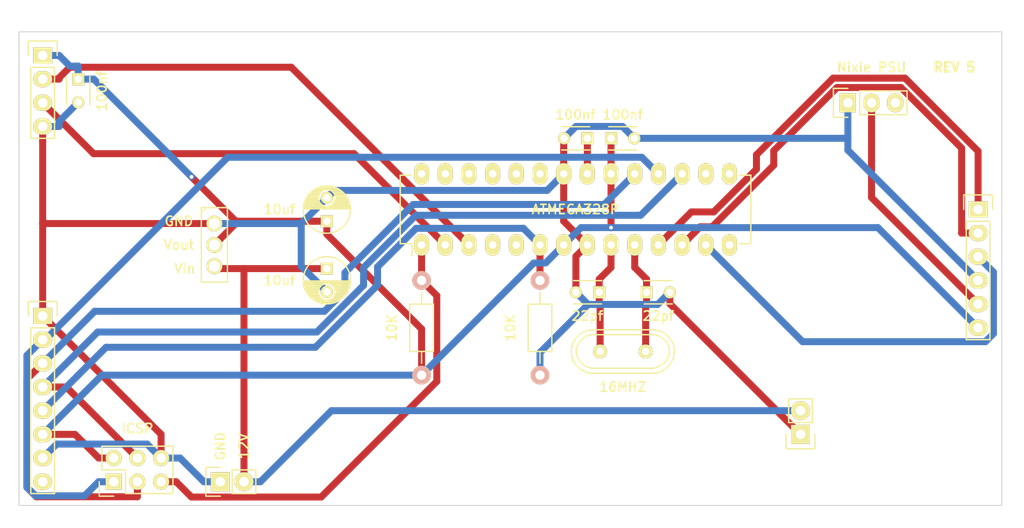
<source format=kicad_pcb>
(kicad_pcb (version 4) (host pcbnew "(2015-10-31 BZR 6288)-product")

  (general
    (links 52)
    (no_connects 0)
    (area 117.142619 73.735 227.384524 130.888333)
    (thickness 1.6)
    (drawings 23)
    (tracks 172)
    (zones 0)
    (modules 19)
    (nets 31)
  )

  (page A4)
  (layers
    (0 F.Cu signal)
    (31 B.Cu signal)
    (32 B.Adhes user)
    (33 F.Adhes user)
    (34 B.Paste user)
    (35 F.Paste user)
    (36 B.SilkS user)
    (37 F.SilkS user)
    (38 B.Mask user)
    (39 F.Mask user)
    (40 Dwgs.User user)
    (41 Cmts.User user)
    (42 Eco1.User user)
    (43 Eco2.User user)
    (44 Edge.Cuts user)
    (45 Margin user)
    (46 B.CrtYd user)
    (47 F.CrtYd user)
    (48 B.Fab user)
    (49 F.Fab user)
  )

  (setup
    (last_trace_width 1.016)
    (trace_clearance 0.25)
    (zone_clearance 0.508)
    (zone_45_only no)
    (trace_min 0.2)
    (segment_width 0.2)
    (edge_width 0.1)
    (via_size 0.7)
    (via_drill 0.4)
    (via_min_size 0.4)
    (via_min_drill 0.3)
    (uvia_size 0.3)
    (uvia_drill 0.1)
    (uvias_allowed no)
    (uvia_min_size 0.2)
    (uvia_min_drill 0.1)
    (pcb_text_width 0.3)
    (pcb_text_size 1.5 1.5)
    (mod_edge_width 0.15)
    (mod_text_size 1 1)
    (mod_text_width 0.15)
    (pad_size 1.5 1.5)
    (pad_drill 0.6)
    (pad_to_mask_clearance 0)
    (aux_axis_origin 0 0)
    (visible_elements FFFEFF7F)
    (pcbplotparams
      (layerselection 0x010f0_80000001)
      (usegerberextensions true)
      (excludeedgelayer true)
      (linewidth 0.100000)
      (plotframeref false)
      (viasonmask false)
      (mode 1)
      (useauxorigin false)
      (hpglpennumber 1)
      (hpglpenspeed 20)
      (hpglpendiameter 15)
      (hpglpenoverlay 2)
      (psnegative false)
      (psa4output false)
      (plotreference true)
      (plotvalue true)
      (plotinvisibletext false)
      (padsonsilk false)
      (subtractmaskfromsilk false)
      (outputformat 1)
      (mirror false)
      (drillshape 0)
      (scaleselection 1)
      (outputdirectory GerberFiles/))
  )

  (net 0 "")
  (net 1 VCC)
  (net 2 GND)
  (net 3 "Net-(C3-Pad1)")
  (net 4 "Net-(C4-Pad1)")
  (net 5 "Net-(C5-Pad1)")
  (net 6 "Net-(IC1-Pad1)")
  (net 7 "Net-(IC1-Pad2)")
  (net 8 "Net-(IC1-Pad3)")
  (net 9 "Net-(IC1-Pad4)")
  (net 10 "Net-(IC1-Pad5)")
  (net 11 "Net-(IC1-Pad6)")
  (net 12 "Net-(IC1-Pad11)")
  (net 13 "Net-(IC1-Pad12)")
  (net 14 "Net-(IC1-Pad13)")
  (net 15 "Net-(IC1-Pad14)")
  (net 16 "Net-(IC1-Pad15)")
  (net 17 "Net-(IC1-Pad16)")
  (net 18 "Net-(IC1-Pad17)")
  (net 19 "Net-(IC1-Pad18)")
  (net 20 "Net-(IC1-Pad19)")
  (net 21 "Net-(IC1-Pad23)")
  (net 22 "Net-(IC1-Pad24)")
  (net 23 "Net-(IC1-Pad25)")
  (net 24 "Net-(IC1-Pad26)")
  (net 25 "Net-(IC1-Pad27)")
  (net 26 "Net-(IC1-Pad28)")
  (net 27 VDD)
  (net 28 "Net-(P1-Pad3)")
  (net 29 "Net-(P3-Pad8)")
  (net 30 "Net-(C6-Pad1)")

  (net_class Default "This is the default net class."
    (clearance 0.25)
    (trace_width 1.016)
    (via_dia 0.7)
    (via_drill 0.4)
    (uvia_dia 0.3)
    (uvia_drill 0.1)
    (add_net GND)
    (add_net "Net-(C3-Pad1)")
    (add_net "Net-(C4-Pad1)")
    (add_net "Net-(C5-Pad1)")
    (add_net "Net-(C6-Pad1)")
    (add_net "Net-(IC1-Pad1)")
    (add_net "Net-(IC1-Pad11)")
    (add_net "Net-(IC1-Pad12)")
    (add_net "Net-(IC1-Pad13)")
    (add_net "Net-(IC1-Pad14)")
    (add_net "Net-(IC1-Pad15)")
    (add_net "Net-(IC1-Pad16)")
    (add_net "Net-(IC1-Pad17)")
    (add_net "Net-(IC1-Pad18)")
    (add_net "Net-(IC1-Pad19)")
    (add_net "Net-(IC1-Pad2)")
    (add_net "Net-(IC1-Pad23)")
    (add_net "Net-(IC1-Pad24)")
    (add_net "Net-(IC1-Pad25)")
    (add_net "Net-(IC1-Pad26)")
    (add_net "Net-(IC1-Pad27)")
    (add_net "Net-(IC1-Pad28)")
    (add_net "Net-(IC1-Pad3)")
    (add_net "Net-(IC1-Pad4)")
    (add_net "Net-(IC1-Pad5)")
    (add_net "Net-(IC1-Pad6)")
    (add_net "Net-(P1-Pad3)")
    (add_net "Net-(P3-Pad8)")
    (add_net VCC)
    (add_net VDD)
  )

  (module Capacitors_ThroughHole:C_Disc_D3_P2.5 (layer F.Cu) (tedit 56C0337D) (tstamp 56C0256C)
    (at 182.88 88.9)
    (descr "Capacitor 3mm Disc, Pitch 2.5mm")
    (tags Capacitor)
    (path /565C9581)
    (fp_text reference C1 (at 1.25 -2.5) (layer F.Fab)
      (effects (font (size 1 1) (thickness 0.15)))
    )
    (fp_text value 100n (at 1.25 2.5) (layer F.Fab)
      (effects (font (size 1 1) (thickness 0.15)))
    )
    (fp_line (start -0.9 -1.5) (end 3.4 -1.5) (layer F.CrtYd) (width 0.05))
    (fp_line (start 3.4 -1.5) (end 3.4 1.5) (layer F.CrtYd) (width 0.05))
    (fp_line (start 3.4 1.5) (end -0.9 1.5) (layer F.CrtYd) (width 0.05))
    (fp_line (start -0.9 1.5) (end -0.9 -1.5) (layer F.CrtYd) (width 0.05))
    (fp_line (start -0.25 -1.25) (end 2.75 -1.25) (layer F.SilkS) (width 0.15))
    (fp_line (start 2.75 1.25) (end -0.25 1.25) (layer F.SilkS) (width 0.15))
    (pad 1 thru_hole rect (at 0 0) (size 1.3 1.3) (drill 0.8) (layers *.Cu *.Mask F.SilkS)
      (net 1 VCC))
    (pad 2 thru_hole circle (at 2.5 0) (size 1.3 1.3) (drill 0.8001) (layers *.Cu *.Mask F.SilkS)
      (net 2 GND))
    (model Capacitors_ThroughHole.3dshapes/C_Disc_D3_P2.5.wrl
      (at (xyz 0.0492126 0 0))
      (scale (xyz 1 1 1))
      (rotate (xyz 0 0 0))
    )
  )

  (module Capacitors_ThroughHole:C_Disc_D3_P2.5 (layer F.Cu) (tedit 56C033DE) (tstamp 56C02578)
    (at 125.73 82.55 270)
    (descr "Capacitor 3mm Disc, Pitch 2.5mm")
    (tags Capacitor)
    (path /565C9523)
    (fp_text reference C2 (at 1.25 -2.5 270) (layer F.Fab)
      (effects (font (size 1 1) (thickness 0.15)))
    )
    (fp_text value 100n (at 1.25 2.5 270) (layer F.Fab)
      (effects (font (size 1 1) (thickness 0.15)))
    )
    (fp_line (start -0.9 -1.5) (end 3.4 -1.5) (layer F.CrtYd) (width 0.05))
    (fp_line (start 3.4 -1.5) (end 3.4 1.5) (layer F.CrtYd) (width 0.05))
    (fp_line (start 3.4 1.5) (end -0.9 1.5) (layer F.CrtYd) (width 0.05))
    (fp_line (start -0.9 1.5) (end -0.9 -1.5) (layer F.CrtYd) (width 0.05))
    (fp_line (start -0.25 -1.25) (end 2.75 -1.25) (layer F.SilkS) (width 0.15))
    (fp_line (start 2.75 1.25) (end -0.25 1.25) (layer F.SilkS) (width 0.15))
    (pad 1 thru_hole rect (at 0 0 270) (size 1.3 1.3) (drill 0.8) (layers *.Cu *.Mask F.SilkS)
      (net 1 VCC))
    (pad 2 thru_hole circle (at 2.5 0 270) (size 1.3 1.3) (drill 0.8001) (layers *.Cu *.Mask F.SilkS)
      (net 2 GND))
    (model Capacitors_ThroughHole.3dshapes/C_Disc_D3_P2.5.wrl
      (at (xyz 0.0492126 0 0))
      (scale (xyz 1 1 1))
      (rotate (xyz 0 0 0))
    )
  )

  (module Capacitors_ThroughHole:C_Disc_D3_P2.5 (layer F.Cu) (tedit 56C03384) (tstamp 56C02584)
    (at 180.34 88.9 180)
    (descr "Capacitor 3mm Disc, Pitch 2.5mm")
    (tags Capacitor)
    (path /565C96E1)
    (fp_text reference C3 (at 1.25 -2.5 180) (layer F.Fab)
      (effects (font (size 1 1) (thickness 0.15)))
    )
    (fp_text value 100n (at 1.25 2.5 180) (layer F.Fab)
      (effects (font (size 1 1) (thickness 0.15)))
    )
    (fp_line (start -0.9 -1.5) (end 3.4 -1.5) (layer F.CrtYd) (width 0.05))
    (fp_line (start 3.4 -1.5) (end 3.4 1.5) (layer F.CrtYd) (width 0.05))
    (fp_line (start 3.4 1.5) (end -0.9 1.5) (layer F.CrtYd) (width 0.05))
    (fp_line (start -0.9 1.5) (end -0.9 -1.5) (layer F.CrtYd) (width 0.05))
    (fp_line (start -0.25 -1.25) (end 2.75 -1.25) (layer F.SilkS) (width 0.15))
    (fp_line (start 2.75 1.25) (end -0.25 1.25) (layer F.SilkS) (width 0.15))
    (pad 1 thru_hole rect (at 0 0 180) (size 1.3 1.3) (drill 0.8) (layers *.Cu *.Mask F.SilkS)
      (net 3 "Net-(C3-Pad1)"))
    (pad 2 thru_hole circle (at 2.5 0 180) (size 1.3 1.3) (drill 0.8001) (layers *.Cu *.Mask F.SilkS)
      (net 2 GND))
    (model Capacitors_ThroughHole.3dshapes/C_Disc_D3_P2.5.wrl
      (at (xyz 0.0492126 0 0))
      (scale (xyz 1 1 1))
      (rotate (xyz 0 0 0))
    )
  )

  (module Capacitors_ThroughHole:C_Disc_D3_P2.5 (layer F.Cu) (tedit 56C03398) (tstamp 56C02590)
    (at 186.69 105.41)
    (descr "Capacitor 3mm Disc, Pitch 2.5mm")
    (tags Capacitor)
    (path /565C9B7C)
    (fp_text reference C4 (at 1.25 -2.5) (layer F.Fab)
      (effects (font (size 1 1) (thickness 0.15)))
    )
    (fp_text value 22pf (at 1.25 2.5) (layer F.Fab)
      (effects (font (size 1 1) (thickness 0.15)))
    )
    (fp_line (start -0.9 -1.5) (end 3.4 -1.5) (layer F.CrtYd) (width 0.05))
    (fp_line (start 3.4 -1.5) (end 3.4 1.5) (layer F.CrtYd) (width 0.05))
    (fp_line (start 3.4 1.5) (end -0.9 1.5) (layer F.CrtYd) (width 0.05))
    (fp_line (start -0.9 1.5) (end -0.9 -1.5) (layer F.CrtYd) (width 0.05))
    (fp_line (start -0.25 -1.25) (end 2.75 -1.25) (layer F.SilkS) (width 0.15))
    (fp_line (start 2.75 1.25) (end -0.25 1.25) (layer F.SilkS) (width 0.15))
    (pad 1 thru_hole rect (at 0 0) (size 1.3 1.3) (drill 0.8) (layers *.Cu *.Mask F.SilkS)
      (net 4 "Net-(C4-Pad1)"))
    (pad 2 thru_hole circle (at 2.5 0) (size 1.3 1.3) (drill 0.8001) (layers *.Cu *.Mask F.SilkS)
      (net 2 GND))
    (model Capacitors_ThroughHole.3dshapes/C_Disc_D3_P2.5.wrl
      (at (xyz 0.0492126 0 0))
      (scale (xyz 1 1 1))
      (rotate (xyz 0 0 0))
    )
  )

  (module Capacitors_ThroughHole:C_Disc_D3_P2.5 (layer F.Cu) (tedit 56C033A7) (tstamp 56C0259C)
    (at 181.61 105.41 180)
    (descr "Capacitor 3mm Disc, Pitch 2.5mm")
    (tags Capacitor)
    (path /565C9BAA)
    (fp_text reference C5 (at 1.25 -2.5 180) (layer F.Fab)
      (effects (font (size 1 1) (thickness 0.15)))
    )
    (fp_text value 22pf (at 1.25 2.5 180) (layer F.Fab)
      (effects (font (size 1 1) (thickness 0.15)))
    )
    (fp_line (start -0.9 -1.5) (end 3.4 -1.5) (layer F.CrtYd) (width 0.05))
    (fp_line (start 3.4 -1.5) (end 3.4 1.5) (layer F.CrtYd) (width 0.05))
    (fp_line (start 3.4 1.5) (end -0.9 1.5) (layer F.CrtYd) (width 0.05))
    (fp_line (start -0.9 1.5) (end -0.9 -1.5) (layer F.CrtYd) (width 0.05))
    (fp_line (start -0.25 -1.25) (end 2.75 -1.25) (layer F.SilkS) (width 0.15))
    (fp_line (start 2.75 1.25) (end -0.25 1.25) (layer F.SilkS) (width 0.15))
    (pad 1 thru_hole rect (at 0 0 180) (size 1.3 1.3) (drill 0.8) (layers *.Cu *.Mask F.SilkS)
      (net 5 "Net-(C5-Pad1)"))
    (pad 2 thru_hole circle (at 2.5 0 180) (size 1.3 1.3) (drill 0.8001) (layers *.Cu *.Mask F.SilkS)
      (net 2 GND))
    (model Capacitors_ThroughHole.3dshapes/C_Disc_D3_P2.5.wrl
      (at (xyz 0.0492126 0 0))
      (scale (xyz 1 1 1))
      (rotate (xyz 0 0 0))
    )
  )

  (module Capacitors_ThroughHole:C_Radial_D5_L11_P2.5 (layer F.Cu) (tedit 56C033BF) (tstamp 56C025C4)
    (at 152.4 102.87 270)
    (descr "Radial Electrolytic Capacitor Diameter 5mm x Length 11mm, Pitch 2.5mm")
    (tags "Electrolytic Capacitor")
    (path /56C03D28)
    (fp_text reference C6 (at 1.25 -3.8 270) (layer F.Fab)
      (effects (font (size 1 1) (thickness 0.15)))
    )
    (fp_text value 10uf (at 1.25 3.8 270) (layer F.Fab)
      (effects (font (size 1 1) (thickness 0.15)))
    )
    (fp_line (start 1.325 -2.499) (end 1.325 2.499) (layer F.SilkS) (width 0.15))
    (fp_line (start 1.465 -2.491) (end 1.465 2.491) (layer F.SilkS) (width 0.15))
    (fp_line (start 1.605 -2.475) (end 1.605 -0.095) (layer F.SilkS) (width 0.15))
    (fp_line (start 1.605 0.095) (end 1.605 2.475) (layer F.SilkS) (width 0.15))
    (fp_line (start 1.745 -2.451) (end 1.745 -0.49) (layer F.SilkS) (width 0.15))
    (fp_line (start 1.745 0.49) (end 1.745 2.451) (layer F.SilkS) (width 0.15))
    (fp_line (start 1.885 -2.418) (end 1.885 -0.657) (layer F.SilkS) (width 0.15))
    (fp_line (start 1.885 0.657) (end 1.885 2.418) (layer F.SilkS) (width 0.15))
    (fp_line (start 2.025 -2.377) (end 2.025 -0.764) (layer F.SilkS) (width 0.15))
    (fp_line (start 2.025 0.764) (end 2.025 2.377) (layer F.SilkS) (width 0.15))
    (fp_line (start 2.165 -2.327) (end 2.165 -0.835) (layer F.SilkS) (width 0.15))
    (fp_line (start 2.165 0.835) (end 2.165 2.327) (layer F.SilkS) (width 0.15))
    (fp_line (start 2.305 -2.266) (end 2.305 -0.879) (layer F.SilkS) (width 0.15))
    (fp_line (start 2.305 0.879) (end 2.305 2.266) (layer F.SilkS) (width 0.15))
    (fp_line (start 2.445 -2.196) (end 2.445 -0.898) (layer F.SilkS) (width 0.15))
    (fp_line (start 2.445 0.898) (end 2.445 2.196) (layer F.SilkS) (width 0.15))
    (fp_line (start 2.585 -2.114) (end 2.585 -0.896) (layer F.SilkS) (width 0.15))
    (fp_line (start 2.585 0.896) (end 2.585 2.114) (layer F.SilkS) (width 0.15))
    (fp_line (start 2.725 -2.019) (end 2.725 -0.871) (layer F.SilkS) (width 0.15))
    (fp_line (start 2.725 0.871) (end 2.725 2.019) (layer F.SilkS) (width 0.15))
    (fp_line (start 2.865 -1.908) (end 2.865 -0.823) (layer F.SilkS) (width 0.15))
    (fp_line (start 2.865 0.823) (end 2.865 1.908) (layer F.SilkS) (width 0.15))
    (fp_line (start 3.005 -1.78) (end 3.005 -0.745) (layer F.SilkS) (width 0.15))
    (fp_line (start 3.005 0.745) (end 3.005 1.78) (layer F.SilkS) (width 0.15))
    (fp_line (start 3.145 -1.631) (end 3.145 -0.628) (layer F.SilkS) (width 0.15))
    (fp_line (start 3.145 0.628) (end 3.145 1.631) (layer F.SilkS) (width 0.15))
    (fp_line (start 3.285 -1.452) (end 3.285 -0.44) (layer F.SilkS) (width 0.15))
    (fp_line (start 3.285 0.44) (end 3.285 1.452) (layer F.SilkS) (width 0.15))
    (fp_line (start 3.425 -1.233) (end 3.425 1.233) (layer F.SilkS) (width 0.15))
    (fp_line (start 3.565 -0.944) (end 3.565 0.944) (layer F.SilkS) (width 0.15))
    (fp_line (start 3.705 -0.472) (end 3.705 0.472) (layer F.SilkS) (width 0.15))
    (fp_circle (center 2.5 0) (end 2.5 -0.9) (layer F.SilkS) (width 0.15))
    (fp_circle (center 1.25 0) (end 1.25 -2.5375) (layer F.SilkS) (width 0.15))
    (fp_circle (center 1.25 0) (end 1.25 -2.8) (layer F.CrtYd) (width 0.05))
    (pad 1 thru_hole rect (at 0 0 270) (size 1.3 1.3) (drill 0.8) (layers *.Cu *.Mask F.SilkS)
      (net 30 "Net-(C6-Pad1)"))
    (pad 2 thru_hole circle (at 2.5 0 270) (size 1.3 1.3) (drill 0.8) (layers *.Cu *.Mask F.SilkS)
      (net 2 GND))
    (model Capacitors_ThroughHole.3dshapes/C_Radial_D5_L11_P2.5.wrl
      (at (xyz 0.049213 0 0))
      (scale (xyz 1 1 1))
      (rotate (xyz 0 0 90))
    )
  )

  (module Capacitors_ThroughHole:C_Radial_D5_L11_P2.5 (layer F.Cu) (tedit 56C033E4) (tstamp 56C025EC)
    (at 152.4 97.79 90)
    (descr "Radial Electrolytic Capacitor Diameter 5mm x Length 11mm, Pitch 2.5mm")
    (tags "Electrolytic Capacitor")
    (path /56C03DEB)
    (fp_text reference C7 (at 1.25 -3.8 90) (layer F.Fab)
      (effects (font (size 1 1) (thickness 0.15)))
    )
    (fp_text value 10uf (at 1.25 3.8 90) (layer F.Fab)
      (effects (font (size 1 1) (thickness 0.15)))
    )
    (fp_line (start 1.325 -2.499) (end 1.325 2.499) (layer F.SilkS) (width 0.15))
    (fp_line (start 1.465 -2.491) (end 1.465 2.491) (layer F.SilkS) (width 0.15))
    (fp_line (start 1.605 -2.475) (end 1.605 -0.095) (layer F.SilkS) (width 0.15))
    (fp_line (start 1.605 0.095) (end 1.605 2.475) (layer F.SilkS) (width 0.15))
    (fp_line (start 1.745 -2.451) (end 1.745 -0.49) (layer F.SilkS) (width 0.15))
    (fp_line (start 1.745 0.49) (end 1.745 2.451) (layer F.SilkS) (width 0.15))
    (fp_line (start 1.885 -2.418) (end 1.885 -0.657) (layer F.SilkS) (width 0.15))
    (fp_line (start 1.885 0.657) (end 1.885 2.418) (layer F.SilkS) (width 0.15))
    (fp_line (start 2.025 -2.377) (end 2.025 -0.764) (layer F.SilkS) (width 0.15))
    (fp_line (start 2.025 0.764) (end 2.025 2.377) (layer F.SilkS) (width 0.15))
    (fp_line (start 2.165 -2.327) (end 2.165 -0.835) (layer F.SilkS) (width 0.15))
    (fp_line (start 2.165 0.835) (end 2.165 2.327) (layer F.SilkS) (width 0.15))
    (fp_line (start 2.305 -2.266) (end 2.305 -0.879) (layer F.SilkS) (width 0.15))
    (fp_line (start 2.305 0.879) (end 2.305 2.266) (layer F.SilkS) (width 0.15))
    (fp_line (start 2.445 -2.196) (end 2.445 -0.898) (layer F.SilkS) (width 0.15))
    (fp_line (start 2.445 0.898) (end 2.445 2.196) (layer F.SilkS) (width 0.15))
    (fp_line (start 2.585 -2.114) (end 2.585 -0.896) (layer F.SilkS) (width 0.15))
    (fp_line (start 2.585 0.896) (end 2.585 2.114) (layer F.SilkS) (width 0.15))
    (fp_line (start 2.725 -2.019) (end 2.725 -0.871) (layer F.SilkS) (width 0.15))
    (fp_line (start 2.725 0.871) (end 2.725 2.019) (layer F.SilkS) (width 0.15))
    (fp_line (start 2.865 -1.908) (end 2.865 -0.823) (layer F.SilkS) (width 0.15))
    (fp_line (start 2.865 0.823) (end 2.865 1.908) (layer F.SilkS) (width 0.15))
    (fp_line (start 3.005 -1.78) (end 3.005 -0.745) (layer F.SilkS) (width 0.15))
    (fp_line (start 3.005 0.745) (end 3.005 1.78) (layer F.SilkS) (width 0.15))
    (fp_line (start 3.145 -1.631) (end 3.145 -0.628) (layer F.SilkS) (width 0.15))
    (fp_line (start 3.145 0.628) (end 3.145 1.631) (layer F.SilkS) (width 0.15))
    (fp_line (start 3.285 -1.452) (end 3.285 -0.44) (layer F.SilkS) (width 0.15))
    (fp_line (start 3.285 0.44) (end 3.285 1.452) (layer F.SilkS) (width 0.15))
    (fp_line (start 3.425 -1.233) (end 3.425 1.233) (layer F.SilkS) (width 0.15))
    (fp_line (start 3.565 -0.944) (end 3.565 0.944) (layer F.SilkS) (width 0.15))
    (fp_line (start 3.705 -0.472) (end 3.705 0.472) (layer F.SilkS) (width 0.15))
    (fp_circle (center 2.5 0) (end 2.5 -0.9) (layer F.SilkS) (width 0.15))
    (fp_circle (center 1.25 0) (end 1.25 -2.5375) (layer F.SilkS) (width 0.15))
    (fp_circle (center 1.25 0) (end 1.25 -2.8) (layer F.CrtYd) (width 0.05))
    (pad 1 thru_hole rect (at 0 0 90) (size 1.3 1.3) (drill 0.8) (layers *.Cu *.Mask F.SilkS)
      (net 1 VCC))
    (pad 2 thru_hole circle (at 2.5 0 90) (size 1.3 1.3) (drill 0.8) (layers *.Cu *.Mask F.SilkS)
      (net 2 GND))
    (model Capacitors_ThroughHole.3dshapes/C_Radial_D5_L11_P2.5.wrl
      (at (xyz 0.049213 0 0))
      (scale (xyz 1 1 1))
      (rotate (xyz 0 0 90))
    )
  )

  (module Housings_DIP:DIP-28_W7.62mm_LongPads (layer F.Cu) (tedit 56C033B5) (tstamp 56C02617)
    (at 162.56 100.33 90)
    (descr "28-lead dip package, row spacing 7.62 mm (300 mils), longer pads")
    (tags "dil dip 2.54 300")
    (path /565C935D)
    (fp_text reference IC1 (at 0 -5.22 90) (layer F.Fab)
      (effects (font (size 1 1) (thickness 0.15)))
    )
    (fp_text value ATMEGA328-P (at 0 -3.72 90) (layer F.Fab)
      (effects (font (size 1 1) (thickness 0.15)))
    )
    (fp_line (start -1.4 -2.45) (end -1.4 35.5) (layer F.CrtYd) (width 0.05))
    (fp_line (start 9 -2.45) (end 9 35.5) (layer F.CrtYd) (width 0.05))
    (fp_line (start -1.4 -2.45) (end 9 -2.45) (layer F.CrtYd) (width 0.05))
    (fp_line (start -1.4 35.5) (end 9 35.5) (layer F.CrtYd) (width 0.05))
    (fp_line (start 0.135 -2.295) (end 0.135 -1.025) (layer F.SilkS) (width 0.15))
    (fp_line (start 7.485 -2.295) (end 7.485 -1.025) (layer F.SilkS) (width 0.15))
    (fp_line (start 7.485 35.315) (end 7.485 34.045) (layer F.SilkS) (width 0.15))
    (fp_line (start 0.135 35.315) (end 0.135 34.045) (layer F.SilkS) (width 0.15))
    (fp_line (start 0.135 -2.295) (end 7.485 -2.295) (layer F.SilkS) (width 0.15))
    (fp_line (start 0.135 35.315) (end 7.485 35.315) (layer F.SilkS) (width 0.15))
    (fp_line (start 0.135 -1.025) (end -1.15 -1.025) (layer F.SilkS) (width 0.15))
    (pad 1 thru_hole oval (at 0 0 90) (size 2.3 1.6) (drill 0.8) (layers *.Cu *.Mask F.SilkS)
      (net 6 "Net-(IC1-Pad1)"))
    (pad 2 thru_hole oval (at 0 2.54 90) (size 2.3 1.6) (drill 0.8) (layers *.Cu *.Mask F.SilkS)
      (net 7 "Net-(IC1-Pad2)"))
    (pad 3 thru_hole oval (at 0 5.08 90) (size 2.3 1.6) (drill 0.8) (layers *.Cu *.Mask F.SilkS)
      (net 8 "Net-(IC1-Pad3)"))
    (pad 4 thru_hole oval (at 0 7.62 90) (size 2.3 1.6) (drill 0.8) (layers *.Cu *.Mask F.SilkS)
      (net 9 "Net-(IC1-Pad4)"))
    (pad 5 thru_hole oval (at 0 10.16 90) (size 2.3 1.6) (drill 0.8) (layers *.Cu *.Mask F.SilkS)
      (net 10 "Net-(IC1-Pad5)"))
    (pad 6 thru_hole oval (at 0 12.7 90) (size 2.3 1.6) (drill 0.8) (layers *.Cu *.Mask F.SilkS)
      (net 11 "Net-(IC1-Pad6)"))
    (pad 7 thru_hole oval (at 0 15.24 90) (size 2.3 1.6) (drill 0.8) (layers *.Cu *.Mask F.SilkS)
      (net 1 VCC))
    (pad 8 thru_hole oval (at 0 17.78 90) (size 2.3 1.6) (drill 0.8) (layers *.Cu *.Mask F.SilkS)
      (net 2 GND))
    (pad 9 thru_hole oval (at 0 20.32 90) (size 2.3 1.6) (drill 0.8) (layers *.Cu *.Mask F.SilkS)
      (net 5 "Net-(C5-Pad1)"))
    (pad 10 thru_hole oval (at 0 22.86 90) (size 2.3 1.6) (drill 0.8) (layers *.Cu *.Mask F.SilkS)
      (net 4 "Net-(C4-Pad1)"))
    (pad 11 thru_hole oval (at 0 25.4 90) (size 2.3 1.6) (drill 0.8) (layers *.Cu *.Mask F.SilkS)
      (net 12 "Net-(IC1-Pad11)"))
    (pad 12 thru_hole oval (at 0 27.94 90) (size 2.3 1.6) (drill 0.8) (layers *.Cu *.Mask F.SilkS)
      (net 13 "Net-(IC1-Pad12)"))
    (pad 13 thru_hole oval (at 0 30.48 90) (size 2.3 1.6) (drill 0.8) (layers *.Cu *.Mask F.SilkS)
      (net 14 "Net-(IC1-Pad13)"))
    (pad 14 thru_hole oval (at 0 33.02 90) (size 2.3 1.6) (drill 0.8) (layers *.Cu *.Mask F.SilkS)
      (net 15 "Net-(IC1-Pad14)"))
    (pad 15 thru_hole oval (at 7.62 33.02 90) (size 2.3 1.6) (drill 0.8) (layers *.Cu *.Mask F.SilkS)
      (net 16 "Net-(IC1-Pad15)"))
    (pad 16 thru_hole oval (at 7.62 30.48 90) (size 2.3 1.6) (drill 0.8) (layers *.Cu *.Mask F.SilkS)
      (net 17 "Net-(IC1-Pad16)"))
    (pad 17 thru_hole oval (at 7.62 27.94 90) (size 2.3 1.6) (drill 0.8) (layers *.Cu *.Mask F.SilkS)
      (net 18 "Net-(IC1-Pad17)"))
    (pad 18 thru_hole oval (at 7.62 25.4 90) (size 2.3 1.6) (drill 0.8) (layers *.Cu *.Mask F.SilkS)
      (net 19 "Net-(IC1-Pad18)"))
    (pad 19 thru_hole oval (at 7.62 22.86 90) (size 2.3 1.6) (drill 0.8) (layers *.Cu *.Mask F.SilkS)
      (net 20 "Net-(IC1-Pad19)"))
    (pad 20 thru_hole oval (at 7.62 20.32 90) (size 2.3 1.6) (drill 0.8) (layers *.Cu *.Mask F.SilkS)
      (net 1 VCC))
    (pad 21 thru_hole oval (at 7.62 17.78 90) (size 2.3 1.6) (drill 0.8) (layers *.Cu *.Mask F.SilkS)
      (net 3 "Net-(C3-Pad1)"))
    (pad 22 thru_hole oval (at 7.62 15.24 90) (size 2.3 1.6) (drill 0.8) (layers *.Cu *.Mask F.SilkS)
      (net 2 GND))
    (pad 23 thru_hole oval (at 7.62 12.7 90) (size 2.3 1.6) (drill 0.8) (layers *.Cu *.Mask F.SilkS)
      (net 21 "Net-(IC1-Pad23)"))
    (pad 24 thru_hole oval (at 7.62 10.16 90) (size 2.3 1.6) (drill 0.8) (layers *.Cu *.Mask F.SilkS)
      (net 22 "Net-(IC1-Pad24)"))
    (pad 25 thru_hole oval (at 7.62 7.62 90) (size 2.3 1.6) (drill 0.8) (layers *.Cu *.Mask F.SilkS)
      (net 23 "Net-(IC1-Pad25)"))
    (pad 26 thru_hole oval (at 7.62 5.08 90) (size 2.3 1.6) (drill 0.8) (layers *.Cu *.Mask F.SilkS)
      (net 24 "Net-(IC1-Pad26)"))
    (pad 27 thru_hole oval (at 7.62 2.54 90) (size 2.3 1.6) (drill 0.8) (layers *.Cu *.Mask F.SilkS)
      (net 25 "Net-(IC1-Pad27)"))
    (pad 28 thru_hole oval (at 7.62 0 90) (size 2.3 1.6) (drill 0.8) (layers *.Cu *.Mask F.SilkS)
      (net 26 "Net-(IC1-Pad28)"))
    (model Housings_DIP.3dshapes/DIP-28_W7.62mm_LongPads.wrl
      (at (xyz 0 0 0))
      (scale (xyz 1 1 1))
      (rotate (xyz 0 0 0))
    )
  )

  (module Pin_Headers:Pin_Header_Straight_1x03 (layer F.Cu) (tedit 56C03444) (tstamp 56C02629)
    (at 208.28 85.09 90)
    (descr "Through hole pin header")
    (tags "pin header")
    (path /565C9409)
    (fp_text reference P1 (at 0 -5.1 90) (layer F.Fab)
      (effects (font (size 1 1) (thickness 0.15)))
    )
    (fp_text value CONN_01X03 (at 0 -3.1 90) (layer F.Fab)
      (effects (font (size 1 1) (thickness 0.15)))
    )
    (fp_line (start -1.75 -1.75) (end -1.75 6.85) (layer F.CrtYd) (width 0.05))
    (fp_line (start 1.75 -1.75) (end 1.75 6.85) (layer F.CrtYd) (width 0.05))
    (fp_line (start -1.75 -1.75) (end 1.75 -1.75) (layer F.CrtYd) (width 0.05))
    (fp_line (start -1.75 6.85) (end 1.75 6.85) (layer F.CrtYd) (width 0.05))
    (fp_line (start -1.27 1.27) (end -1.27 6.35) (layer F.SilkS) (width 0.15))
    (fp_line (start -1.27 6.35) (end 1.27 6.35) (layer F.SilkS) (width 0.15))
    (fp_line (start 1.27 6.35) (end 1.27 1.27) (layer F.SilkS) (width 0.15))
    (fp_line (start 1.55 -1.55) (end 1.55 0) (layer F.SilkS) (width 0.15))
    (fp_line (start 1.27 1.27) (end -1.27 1.27) (layer F.SilkS) (width 0.15))
    (fp_line (start -1.55 0) (end -1.55 -1.55) (layer F.SilkS) (width 0.15))
    (fp_line (start -1.55 -1.55) (end 1.55 -1.55) (layer F.SilkS) (width 0.15))
    (pad 1 thru_hole rect (at 0 0 90) (size 2.032 1.7272) (drill 1.016) (layers *.Cu *.Mask F.SilkS)
      (net 2 GND))
    (pad 2 thru_hole oval (at 0 2.54 90) (size 2.032 1.7272) (drill 1.016) (layers *.Cu *.Mask F.SilkS)
      (net 27 VDD))
    (pad 3 thru_hole oval (at 0 5.08 90) (size 2.032 1.7272) (drill 1.016) (layers *.Cu *.Mask F.SilkS)
      (net 28 "Net-(P1-Pad3)"))
    (model Pin_Headers.3dshapes/Pin_Header_Straight_1x03.wrl
      (at (xyz 0 -0.1 0))
      (scale (xyz 1 1 1))
      (rotate (xyz 0 0 90))
    )
  )

  (module Pin_Headers:Pin_Header_Straight_1x04 (layer F.Cu) (tedit 56C033D7) (tstamp 56C0263C)
    (at 121.92 80.01)
    (descr "Through hole pin header")
    (tags "pin header")
    (path /565D042E)
    (fp_text reference P2 (at 0 -5.1) (layer F.Fab)
      (effects (font (size 1 1) (thickness 0.15)))
    )
    (fp_text value GPS_Header (at 0 -3.1) (layer F.Fab)
      (effects (font (size 1 1) (thickness 0.15)))
    )
    (fp_line (start -1.75 -1.75) (end -1.75 9.4) (layer F.CrtYd) (width 0.05))
    (fp_line (start 1.75 -1.75) (end 1.75 9.4) (layer F.CrtYd) (width 0.05))
    (fp_line (start -1.75 -1.75) (end 1.75 -1.75) (layer F.CrtYd) (width 0.05))
    (fp_line (start -1.75 9.4) (end 1.75 9.4) (layer F.CrtYd) (width 0.05))
    (fp_line (start -1.27 1.27) (end -1.27 8.89) (layer F.SilkS) (width 0.15))
    (fp_line (start 1.27 1.27) (end 1.27 8.89) (layer F.SilkS) (width 0.15))
    (fp_line (start 1.55 -1.55) (end 1.55 0) (layer F.SilkS) (width 0.15))
    (fp_line (start -1.27 8.89) (end 1.27 8.89) (layer F.SilkS) (width 0.15))
    (fp_line (start 1.27 1.27) (end -1.27 1.27) (layer F.SilkS) (width 0.15))
    (fp_line (start -1.55 0) (end -1.55 -1.55) (layer F.SilkS) (width 0.15))
    (fp_line (start -1.55 -1.55) (end 1.55 -1.55) (layer F.SilkS) (width 0.15))
    (pad 1 thru_hole rect (at 0 0) (size 2.032 1.7272) (drill 1.016) (layers *.Cu *.Mask F.SilkS)
      (net 1 VCC))
    (pad 2 thru_hole oval (at 0 2.54) (size 2.032 1.7272) (drill 1.016) (layers *.Cu *.Mask F.SilkS)
      (net 8 "Net-(IC1-Pad3)"))
    (pad 3 thru_hole oval (at 0 5.08) (size 2.032 1.7272) (drill 1.016) (layers *.Cu *.Mask F.SilkS)
      (net 7 "Net-(IC1-Pad2)"))
    (pad 4 thru_hole oval (at 0 7.62) (size 2.032 1.7272) (drill 1.016) (layers *.Cu *.Mask F.SilkS)
      (net 2 GND))
    (model Pin_Headers.3dshapes/Pin_Header_Straight_1x04.wrl
      (at (xyz 0 -0.15 0))
      (scale (xyz 1 1 1))
      (rotate (xyz 0 0 90))
    )
  )

  (module Pin_Headers:Pin_Header_Straight_1x08 (layer F.Cu) (tedit 56C033D1) (tstamp 56C02653)
    (at 121.92 107.95)
    (descr "Through hole pin header")
    (tags "pin header")
    (path /565D04AF)
    (fp_text reference P3 (at 0 -5.1) (layer F.Fab)
      (effects (font (size 1 1) (thickness 0.15)))
    )
    (fp_text value SD_Header (at 0 -3.1) (layer F.Fab)
      (effects (font (size 1 1) (thickness 0.15)))
    )
    (fp_line (start -1.75 -1.75) (end -1.75 19.55) (layer F.CrtYd) (width 0.05))
    (fp_line (start 1.75 -1.75) (end 1.75 19.55) (layer F.CrtYd) (width 0.05))
    (fp_line (start -1.75 -1.75) (end 1.75 -1.75) (layer F.CrtYd) (width 0.05))
    (fp_line (start -1.75 19.55) (end 1.75 19.55) (layer F.CrtYd) (width 0.05))
    (fp_line (start 1.27 1.27) (end 1.27 19.05) (layer F.SilkS) (width 0.15))
    (fp_line (start 1.27 19.05) (end -1.27 19.05) (layer F.SilkS) (width 0.15))
    (fp_line (start -1.27 19.05) (end -1.27 1.27) (layer F.SilkS) (width 0.15))
    (fp_line (start 1.55 -1.55) (end 1.55 0) (layer F.SilkS) (width 0.15))
    (fp_line (start 1.27 1.27) (end -1.27 1.27) (layer F.SilkS) (width 0.15))
    (fp_line (start -1.55 0) (end -1.55 -1.55) (layer F.SilkS) (width 0.15))
    (fp_line (start -1.55 -1.55) (end 1.55 -1.55) (layer F.SilkS) (width 0.15))
    (pad 1 thru_hole rect (at 0 0) (size 2.032 1.7272) (drill 1.016) (layers *.Cu *.Mask F.SilkS)
      (net 2 GND))
    (pad 2 thru_hole oval (at 0 2.54) (size 2.032 1.7272) (drill 1.016) (layers *.Cu *.Mask F.SilkS)
      (net 19 "Net-(IC1-Pad18)"))
    (pad 3 thru_hole oval (at 0 5.08) (size 2.032 1.7272) (drill 1.016) (layers *.Cu *.Mask F.SilkS)
      (net 20 "Net-(IC1-Pad19)"))
    (pad 4 thru_hole oval (at 0 7.62) (size 2.032 1.7272) (drill 1.016) (layers *.Cu *.Mask F.SilkS)
      (net 18 "Net-(IC1-Pad17)"))
    (pad 5 thru_hole oval (at 0 10.16) (size 2.032 1.7272) (drill 1.016) (layers *.Cu *.Mask F.SilkS)
      (net 11 "Net-(IC1-Pad6)"))
    (pad 6 thru_hole oval (at 0 12.7) (size 2.032 1.7272) (drill 1.016) (layers *.Cu *.Mask F.SilkS)
      (net 1 VCC))
    (pad 7 thru_hole oval (at 0 15.24) (size 2.032 1.7272) (drill 1.016) (layers *.Cu *.Mask F.SilkS)
      (net 2 GND))
    (pad 8 thru_hole oval (at 0 17.78) (size 2.032 1.7272) (drill 1.016) (layers *.Cu *.Mask F.SilkS)
      (net 29 "Net-(P3-Pad8)"))
    (model Pin_Headers.3dshapes/Pin_Header_Straight_1x08.wrl
      (at (xyz 0 -0.35 0))
      (scale (xyz 1 1 1))
      (rotate (xyz 0 0 90))
    )
  )

  (module Pin_Headers:Pin_Header_Straight_1x06 (layer F.Cu) (tedit 56C03392) (tstamp 56C02668)
    (at 222.25 96.52)
    (descr "Through hole pin header")
    (tags "pin header")
    (path /565D054D)
    (fp_text reference P4 (at 0 -5.1) (layer F.Fab)
      (effects (font (size 1 1) (thickness 0.15)))
    )
    (fp_text value Nixie_Header (at 0 -3.1) (layer F.Fab)
      (effects (font (size 1 1) (thickness 0.15)))
    )
    (fp_line (start -1.75 -1.75) (end -1.75 14.45) (layer F.CrtYd) (width 0.05))
    (fp_line (start 1.75 -1.75) (end 1.75 14.45) (layer F.CrtYd) (width 0.05))
    (fp_line (start -1.75 -1.75) (end 1.75 -1.75) (layer F.CrtYd) (width 0.05))
    (fp_line (start -1.75 14.45) (end 1.75 14.45) (layer F.CrtYd) (width 0.05))
    (fp_line (start 1.27 1.27) (end 1.27 13.97) (layer F.SilkS) (width 0.15))
    (fp_line (start 1.27 13.97) (end -1.27 13.97) (layer F.SilkS) (width 0.15))
    (fp_line (start -1.27 13.97) (end -1.27 1.27) (layer F.SilkS) (width 0.15))
    (fp_line (start 1.55 -1.55) (end 1.55 0) (layer F.SilkS) (width 0.15))
    (fp_line (start 1.27 1.27) (end -1.27 1.27) (layer F.SilkS) (width 0.15))
    (fp_line (start -1.55 0) (end -1.55 -1.55) (layer F.SilkS) (width 0.15))
    (fp_line (start -1.55 -1.55) (end 1.55 -1.55) (layer F.SilkS) (width 0.15))
    (pad 1 thru_hole rect (at 0 0) (size 2.032 1.7272) (drill 1.016) (layers *.Cu *.Mask F.SilkS)
      (net 12 "Net-(IC1-Pad11)"))
    (pad 2 thru_hole oval (at 0 2.54) (size 2.032 1.7272) (drill 1.016) (layers *.Cu *.Mask F.SilkS)
      (net 13 "Net-(IC1-Pad12)"))
    (pad 3 thru_hole oval (at 0 5.08) (size 2.032 1.7272) (drill 1.016) (layers *.Cu *.Mask F.SilkS)
      (net 14 "Net-(IC1-Pad13)"))
    (pad 4 thru_hole oval (at 0 7.62) (size 2.032 1.7272) (drill 1.016) (layers *.Cu *.Mask F.SilkS)
      (net 2 GND))
    (pad 5 thru_hole oval (at 0 10.16) (size 2.032 1.7272) (drill 1.016) (layers *.Cu *.Mask F.SilkS)
      (net 27 VDD))
    (pad 6 thru_hole oval (at 0 12.7) (size 2.032 1.7272) (drill 1.016) (layers *.Cu *.Mask F.SilkS)
      (net 1 VCC))
    (model Pin_Headers.3dshapes/Pin_Header_Straight_1x06.wrl
      (at (xyz 0 -0.25 0))
      (scale (xyz 1 1 1))
      (rotate (xyz 0 0 90))
    )
  )

  (module Pin_Headers:Pin_Header_Straight_2x03 (layer F.Cu) (tedit 56C033CC) (tstamp 56C0267F)
    (at 129.54 125.73 90)
    (descr "Through hole pin header")
    (tags "pin header")
    (path /5670CB51)
    (fp_text reference P5 (at 0 -5.1 90) (layer F.Fab)
      (effects (font (size 1 1) (thickness 0.15)))
    )
    (fp_text value ICSP (at 0 -3.1 90) (layer F.Fab)
      (effects (font (size 1 1) (thickness 0.15)))
    )
    (fp_line (start -1.27 1.27) (end -1.27 6.35) (layer F.SilkS) (width 0.15))
    (fp_line (start -1.55 -1.55) (end 0 -1.55) (layer F.SilkS) (width 0.15))
    (fp_line (start -1.75 -1.75) (end -1.75 6.85) (layer F.CrtYd) (width 0.05))
    (fp_line (start 4.3 -1.75) (end 4.3 6.85) (layer F.CrtYd) (width 0.05))
    (fp_line (start -1.75 -1.75) (end 4.3 -1.75) (layer F.CrtYd) (width 0.05))
    (fp_line (start -1.75 6.85) (end 4.3 6.85) (layer F.CrtYd) (width 0.05))
    (fp_line (start 1.27 -1.27) (end 1.27 1.27) (layer F.SilkS) (width 0.15))
    (fp_line (start 1.27 1.27) (end -1.27 1.27) (layer F.SilkS) (width 0.15))
    (fp_line (start -1.27 6.35) (end 3.81 6.35) (layer F.SilkS) (width 0.15))
    (fp_line (start 3.81 6.35) (end 3.81 1.27) (layer F.SilkS) (width 0.15))
    (fp_line (start -1.55 -1.55) (end -1.55 0) (layer F.SilkS) (width 0.15))
    (fp_line (start 3.81 -1.27) (end 1.27 -1.27) (layer F.SilkS) (width 0.15))
    (fp_line (start 3.81 1.27) (end 3.81 -1.27) (layer F.SilkS) (width 0.15))
    (pad 1 thru_hole rect (at 0 0 90) (size 1.7272 1.7272) (drill 1.016) (layers *.Cu *.Mask F.SilkS)
      (net 19 "Net-(IC1-Pad18)"))
    (pad 2 thru_hole oval (at 2.54 0 90) (size 1.7272 1.7272) (drill 1.016) (layers *.Cu *.Mask F.SilkS)
      (net 1 VCC))
    (pad 3 thru_hole oval (at 0 2.54 90) (size 1.7272 1.7272) (drill 1.016) (layers *.Cu *.Mask F.SilkS)
      (net 20 "Net-(IC1-Pad19)"))
    (pad 4 thru_hole oval (at 2.54 2.54 90) (size 1.7272 1.7272) (drill 1.016) (layers *.Cu *.Mask F.SilkS)
      (net 18 "Net-(IC1-Pad17)"))
    (pad 5 thru_hole oval (at 0 5.08 90) (size 1.7272 1.7272) (drill 1.016) (layers *.Cu *.Mask F.SilkS)
      (net 6 "Net-(IC1-Pad1)"))
    (pad 6 thru_hole oval (at 2.54 5.08 90) (size 1.7272 1.7272) (drill 1.016) (layers *.Cu *.Mask F.SilkS)
      (net 2 GND))
    (model Pin_Headers.3dshapes/Pin_Header_Straight_2x03.wrl
      (at (xyz 0.05 -0.1 0))
      (scale (xyz 1 1 1))
      (rotate (xyz 0 0 90))
    )
  )

  (module Pin_Headers:Pin_Header_Straight_1x02 (layer F.Cu) (tedit 56C0339E) (tstamp 56C02690)
    (at 203.2 120.65 180)
    (descr "Through hole pin header")
    (tags "pin header")
    (path /56C03500)
    (fp_text reference P6 (at 0 -5.1 180) (layer F.Fab)
      (effects (font (size 1 1) (thickness 0.15)))
    )
    (fp_text value CONN_01X02 (at 0 -3.1 180) (layer F.Fab)
      (effects (font (size 1 1) (thickness 0.15)))
    )
    (fp_line (start 1.27 1.27) (end 1.27 3.81) (layer F.SilkS) (width 0.15))
    (fp_line (start 1.55 -1.55) (end 1.55 0) (layer F.SilkS) (width 0.15))
    (fp_line (start -1.75 -1.75) (end -1.75 4.3) (layer F.CrtYd) (width 0.05))
    (fp_line (start 1.75 -1.75) (end 1.75 4.3) (layer F.CrtYd) (width 0.05))
    (fp_line (start -1.75 -1.75) (end 1.75 -1.75) (layer F.CrtYd) (width 0.05))
    (fp_line (start -1.75 4.3) (end 1.75 4.3) (layer F.CrtYd) (width 0.05))
    (fp_line (start 1.27 1.27) (end -1.27 1.27) (layer F.SilkS) (width 0.15))
    (fp_line (start -1.55 0) (end -1.55 -1.55) (layer F.SilkS) (width 0.15))
    (fp_line (start -1.55 -1.55) (end 1.55 -1.55) (layer F.SilkS) (width 0.15))
    (fp_line (start -1.27 1.27) (end -1.27 3.81) (layer F.SilkS) (width 0.15))
    (fp_line (start -1.27 3.81) (end 1.27 3.81) (layer F.SilkS) (width 0.15))
    (pad 1 thru_hole rect (at 0 0 180) (size 2.032 2.032) (drill 1.016) (layers *.Cu *.Mask F.SilkS)
      (net 2 GND))
    (pad 2 thru_hole oval (at 0 2.54 180) (size 2.032 2.032) (drill 1.016) (layers *.Cu *.Mask F.SilkS)
      (net 30 "Net-(C6-Pad1)"))
    (model Pin_Headers.3dshapes/Pin_Header_Straight_1x02.wrl
      (at (xyz 0 -0.05 0))
      (scale (xyz 1 1 1))
      (rotate (xyz 0 0 90))
    )
  )

  (module Pin_Headers:Pin_Header_Straight_1x02 (layer F.Cu) (tedit 56C033C7) (tstamp 56C026A1)
    (at 140.97 125.73 90)
    (descr "Through hole pin header")
    (tags "pin header")
    (path /56C03807)
    (fp_text reference P7 (at 0 -5.1 90) (layer F.Fab)
      (effects (font (size 1 1) (thickness 0.15)))
    )
    (fp_text value CONN_01X02 (at 0 -3.1 90) (layer F.Fab)
      (effects (font (size 1 1) (thickness 0.15)))
    )
    (fp_line (start 1.27 1.27) (end 1.27 3.81) (layer F.SilkS) (width 0.15))
    (fp_line (start 1.55 -1.55) (end 1.55 0) (layer F.SilkS) (width 0.15))
    (fp_line (start -1.75 -1.75) (end -1.75 4.3) (layer F.CrtYd) (width 0.05))
    (fp_line (start 1.75 -1.75) (end 1.75 4.3) (layer F.CrtYd) (width 0.05))
    (fp_line (start -1.75 -1.75) (end 1.75 -1.75) (layer F.CrtYd) (width 0.05))
    (fp_line (start -1.75 4.3) (end 1.75 4.3) (layer F.CrtYd) (width 0.05))
    (fp_line (start 1.27 1.27) (end -1.27 1.27) (layer F.SilkS) (width 0.15))
    (fp_line (start -1.55 0) (end -1.55 -1.55) (layer F.SilkS) (width 0.15))
    (fp_line (start -1.55 -1.55) (end 1.55 -1.55) (layer F.SilkS) (width 0.15))
    (fp_line (start -1.27 1.27) (end -1.27 3.81) (layer F.SilkS) (width 0.15))
    (fp_line (start -1.27 3.81) (end 1.27 3.81) (layer F.SilkS) (width 0.15))
    (pad 1 thru_hole rect (at 0 0 90) (size 2.032 2.032) (drill 1.016) (layers *.Cu *.Mask F.SilkS)
      (net 2 GND))
    (pad 2 thru_hole oval (at 0 2.54 90) (size 2.032 2.032) (drill 1.016) (layers *.Cu *.Mask F.SilkS)
      (net 30 "Net-(C6-Pad1)"))
    (model Pin_Headers.3dshapes/Pin_Header_Straight_1x02.wrl
      (at (xyz 0 -0.05 0))
      (scale (xyz 1 1 1))
      (rotate (xyz 0 0 90))
    )
  )

  (module Resistors_ThroughHole:Resistor_Horizontal_RM10mm (layer F.Cu) (tedit 56C033B0) (tstamp 56C026B1)
    (at 162.56 104.14 270)
    (descr "Resistor, Axial,  RM 10mm, 1/3W")
    (tags "Resistor Axial RM 10mm 1/3W")
    (path /565D1A3D)
    (fp_text reference R1 (at 5.32892 -3.50012 270) (layer F.Fab)
      (effects (font (size 1 1) (thickness 0.15)))
    )
    (fp_text value 10K (at 5.08 3.81 270) (layer F.Fab)
      (effects (font (size 1 1) (thickness 0.15)))
    )
    (fp_line (start -1.25 -1.5) (end 11.4 -1.5) (layer F.CrtYd) (width 0.05))
    (fp_line (start -1.25 1.5) (end -1.25 -1.5) (layer F.CrtYd) (width 0.05))
    (fp_line (start 11.4 -1.5) (end 11.4 1.5) (layer F.CrtYd) (width 0.05))
    (fp_line (start -1.25 1.5) (end 11.4 1.5) (layer F.CrtYd) (width 0.05))
    (fp_line (start 2.54 -1.27) (end 7.62 -1.27) (layer F.SilkS) (width 0.15))
    (fp_line (start 7.62 -1.27) (end 7.62 1.27) (layer F.SilkS) (width 0.15))
    (fp_line (start 7.62 1.27) (end 2.54 1.27) (layer F.SilkS) (width 0.15))
    (fp_line (start 2.54 1.27) (end 2.54 -1.27) (layer F.SilkS) (width 0.15))
    (fp_line (start 2.54 0) (end 1.27 0) (layer F.SilkS) (width 0.15))
    (fp_line (start 7.62 0) (end 8.89 0) (layer F.SilkS) (width 0.15))
    (pad 1 thru_hole circle (at 0 0 270) (size 1.99898 1.99898) (drill 1.00076) (layers *.Cu *.SilkS *.Mask)
      (net 6 "Net-(IC1-Pad1)"))
    (pad 2 thru_hole circle (at 10.16 0 270) (size 1.99898 1.99898) (drill 1.00076) (layers *.Cu *.SilkS *.Mask)
      (net 1 VCC))
    (model Resistors_ThroughHole.3dshapes/Resistor_Horizontal_RM10mm.wrl
      (at (xyz 0 0 0))
      (scale (xyz 0.4 0.4 0.4))
      (rotate (xyz 0 0 0))
    )
  )

  (module Resistors_ThroughHole:Resistor_Horizontal_RM10mm (layer F.Cu) (tedit 56C033AC) (tstamp 56C026C1)
    (at 175.26 114.3 90)
    (descr "Resistor, Axial,  RM 10mm, 1/3W")
    (tags "Resistor Axial RM 10mm 1/3W")
    (path /56C03043)
    (fp_text reference R2 (at 5.32892 -3.50012 90) (layer F.Fab)
      (effects (font (size 1 1) (thickness 0.15)))
    )
    (fp_text value 10K (at 5.08 3.81 90) (layer F.Fab)
      (effects (font (size 1 1) (thickness 0.15)))
    )
    (fp_line (start -1.25 -1.5) (end 11.4 -1.5) (layer F.CrtYd) (width 0.05))
    (fp_line (start -1.25 1.5) (end -1.25 -1.5) (layer F.CrtYd) (width 0.05))
    (fp_line (start 11.4 -1.5) (end 11.4 1.5) (layer F.CrtYd) (width 0.05))
    (fp_line (start -1.25 1.5) (end 11.4 1.5) (layer F.CrtYd) (width 0.05))
    (fp_line (start 2.54 -1.27) (end 7.62 -1.27) (layer F.SilkS) (width 0.15))
    (fp_line (start 7.62 -1.27) (end 7.62 1.27) (layer F.SilkS) (width 0.15))
    (fp_line (start 7.62 1.27) (end 2.54 1.27) (layer F.SilkS) (width 0.15))
    (fp_line (start 2.54 1.27) (end 2.54 -1.27) (layer F.SilkS) (width 0.15))
    (fp_line (start 2.54 0) (end 1.27 0) (layer F.SilkS) (width 0.15))
    (fp_line (start 7.62 0) (end 8.89 0) (layer F.SilkS) (width 0.15))
    (pad 1 thru_hole circle (at 0 0 90) (size 1.99898 1.99898) (drill 1.00076) (layers *.Cu *.SilkS *.Mask)
      (net 2 GND))
    (pad 2 thru_hole circle (at 10.16 0 90) (size 1.99898 1.99898) (drill 1.00076) (layers *.Cu *.SilkS *.Mask)
      (net 11 "Net-(IC1-Pad6)"))
    (model Resistors_ThroughHole.3dshapes/Resistor_Horizontal_RM10mm.wrl
      (at (xyz 0 0 0))
      (scale (xyz 0.4 0.4 0.4))
      (rotate (xyz 0 0 0))
    )
  )

  (module Crystals:Crystal_HC49-U_Vertical (layer F.Cu) (tedit 56C033A3) (tstamp 56C0270A)
    (at 184.15 111.76)
    (descr "Crystal, Quarz, HC49/U, vertical, stehend,")
    (tags "Crystal, Quarz, HC49/U, vertical, stehend,")
    (path /565C998C)
    (fp_text reference Y1 (at 0 -3.81) (layer F.Fab)
      (effects (font (size 1 1) (thickness 0.15)))
    )
    (fp_text value 16MHz (at 0 3.81) (layer F.Fab)
      (effects (font (size 1 1) (thickness 0.15)))
    )
    (fp_line (start 4.699 -1.00076) (end 4.89966 -0.59944) (layer F.SilkS) (width 0.15))
    (fp_line (start 4.89966 -0.59944) (end 5.00126 0) (layer F.SilkS) (width 0.15))
    (fp_line (start 5.00126 0) (end 4.89966 0.50038) (layer F.SilkS) (width 0.15))
    (fp_line (start 4.89966 0.50038) (end 4.50088 1.19888) (layer F.SilkS) (width 0.15))
    (fp_line (start 4.50088 1.19888) (end 3.8989 1.6002) (layer F.SilkS) (width 0.15))
    (fp_line (start 3.8989 1.6002) (end 3.29946 1.80086) (layer F.SilkS) (width 0.15))
    (fp_line (start 3.29946 1.80086) (end -3.29946 1.80086) (layer F.SilkS) (width 0.15))
    (fp_line (start -3.29946 1.80086) (end -4.0005 1.6002) (layer F.SilkS) (width 0.15))
    (fp_line (start -4.0005 1.6002) (end -4.39928 1.30048) (layer F.SilkS) (width 0.15))
    (fp_line (start -4.39928 1.30048) (end -4.8006 0.8001) (layer F.SilkS) (width 0.15))
    (fp_line (start -4.8006 0.8001) (end -5.00126 0.20066) (layer F.SilkS) (width 0.15))
    (fp_line (start -5.00126 0.20066) (end -5.00126 -0.29972) (layer F.SilkS) (width 0.15))
    (fp_line (start -5.00126 -0.29972) (end -4.8006 -0.8001) (layer F.SilkS) (width 0.15))
    (fp_line (start -4.8006 -0.8001) (end -4.30022 -1.39954) (layer F.SilkS) (width 0.15))
    (fp_line (start -4.30022 -1.39954) (end -3.79984 -1.69926) (layer F.SilkS) (width 0.15))
    (fp_line (start -3.79984 -1.69926) (end -3.29946 -1.80086) (layer F.SilkS) (width 0.15))
    (fp_line (start -3.2004 -1.80086) (end 3.40106 -1.80086) (layer F.SilkS) (width 0.15))
    (fp_line (start 3.40106 -1.80086) (end 3.79984 -1.69926) (layer F.SilkS) (width 0.15))
    (fp_line (start 3.79984 -1.69926) (end 4.30022 -1.39954) (layer F.SilkS) (width 0.15))
    (fp_line (start 4.30022 -1.39954) (end 4.8006 -0.89916) (layer F.SilkS) (width 0.15))
    (fp_line (start -3.19024 -2.32918) (end -3.64998 -2.28092) (layer F.SilkS) (width 0.15))
    (fp_line (start -3.64998 -2.28092) (end -4.04876 -2.16916) (layer F.SilkS) (width 0.15))
    (fp_line (start -4.04876 -2.16916) (end -4.48056 -1.95072) (layer F.SilkS) (width 0.15))
    (fp_line (start -4.48056 -1.95072) (end -4.77012 -1.71958) (layer F.SilkS) (width 0.15))
    (fp_line (start -4.77012 -1.71958) (end -5.10032 -1.36906) (layer F.SilkS) (width 0.15))
    (fp_line (start -5.10032 -1.36906) (end -5.38988 -0.83058) (layer F.SilkS) (width 0.15))
    (fp_line (start -5.38988 -0.83058) (end -5.51942 -0.23114) (layer F.SilkS) (width 0.15))
    (fp_line (start -5.51942 -0.23114) (end -5.51942 0.2794) (layer F.SilkS) (width 0.15))
    (fp_line (start -5.51942 0.2794) (end -5.34924 0.98044) (layer F.SilkS) (width 0.15))
    (fp_line (start -5.34924 0.98044) (end -4.95046 1.56972) (layer F.SilkS) (width 0.15))
    (fp_line (start -4.95046 1.56972) (end -4.49072 1.94056) (layer F.SilkS) (width 0.15))
    (fp_line (start -4.49072 1.94056) (end -4.06908 2.14884) (layer F.SilkS) (width 0.15))
    (fp_line (start -4.06908 2.14884) (end -3.6195 2.30886) (layer F.SilkS) (width 0.15))
    (fp_line (start -3.6195 2.30886) (end -3.18008 2.33934) (layer F.SilkS) (width 0.15))
    (fp_line (start 4.16052 2.1209) (end 4.53898 1.89992) (layer F.SilkS) (width 0.15))
    (fp_line (start 4.53898 1.89992) (end 4.85902 1.62052) (layer F.SilkS) (width 0.15))
    (fp_line (start 4.85902 1.62052) (end 5.11048 1.29032) (layer F.SilkS) (width 0.15))
    (fp_line (start 5.11048 1.29032) (end 5.4102 0.73914) (layer F.SilkS) (width 0.15))
    (fp_line (start 5.4102 0.73914) (end 5.51942 0.26924) (layer F.SilkS) (width 0.15))
    (fp_line (start 5.51942 0.26924) (end 5.53974 -0.1905) (layer F.SilkS) (width 0.15))
    (fp_line (start 5.53974 -0.1905) (end 5.45084 -0.65024) (layer F.SilkS) (width 0.15))
    (fp_line (start 5.45084 -0.65024) (end 5.26034 -1.09982) (layer F.SilkS) (width 0.15))
    (fp_line (start 5.26034 -1.09982) (end 4.89966 -1.56972) (layer F.SilkS) (width 0.15))
    (fp_line (start 4.89966 -1.56972) (end 4.54914 -1.88976) (layer F.SilkS) (width 0.15))
    (fp_line (start 4.54914 -1.88976) (end 4.16052 -2.1209) (layer F.SilkS) (width 0.15))
    (fp_line (start 4.16052 -2.1209) (end 3.73126 -2.2606) (layer F.SilkS) (width 0.15))
    (fp_line (start 3.73126 -2.2606) (end 3.2893 -2.32918) (layer F.SilkS) (width 0.15))
    (fp_line (start -3.2004 2.32918) (end 3.2512 2.32918) (layer F.SilkS) (width 0.15))
    (fp_line (start 3.2512 2.32918) (end 3.6703 2.29108) (layer F.SilkS) (width 0.15))
    (fp_line (start 3.6703 2.29108) (end 4.16052 2.1209) (layer F.SilkS) (width 0.15))
    (fp_line (start -3.2004 -2.32918) (end 3.2512 -2.32918) (layer F.SilkS) (width 0.15))
    (pad 1 thru_hole circle (at -2.44094 0) (size 1.50114 1.50114) (drill 0.8001) (layers *.Cu *.Mask F.SilkS)
      (net 5 "Net-(C5-Pad1)"))
    (pad 2 thru_hole circle (at 2.44094 0) (size 1.50114 1.50114) (drill 0.8001) (layers *.Cu *.Mask F.SilkS)
      (net 4 "Net-(C4-Pad1)"))
  )

  (module TO_SOT_Packages_THT:SOT126_SOT32_Housing_Vertical (layer F.Cu) (tedit 56C033BA) (tstamp 56C029A2)
    (at 140.335 100.33 270)
    (descr "SOT126, SOT32, Housing, Vertical,")
    (tags "SOT126, SOT32, Housing, Vertical,")
    (path /56C037A4)
    (fp_text reference U1 (at 0.09906 -3.79984 270) (layer F.Fab)
      (effects (font (size 1 1) (thickness 0.15)))
    )
    (fp_text value LD1117S12CTR (at 0.70104 4.30022 270) (layer F.Fab)
      (effects (font (size 1 1) (thickness 0.15)))
    )
    (fp_line (start -4.0005 0.8001) (end -3.50012 1.39954) (layer F.SilkS) (width 0.15))
    (fp_line (start -4.0005 1.39954) (end 4.0005 1.39954) (layer F.SilkS) (width 0.15))
    (fp_line (start -4.0005 -1.39954) (end 4.0005 -1.39954) (layer F.SilkS) (width 0.15))
    (fp_line (start -4.0005 -1.39954) (end -4.0005 1.39954) (layer F.SilkS) (width 0.15))
    (fp_line (start 4.0005 -1.39954) (end 4.0005 1.39954) (layer F.SilkS) (width 0.15))
    (pad 2 thru_hole circle (at 0 0 270) (size 1.69926 1.69926) (drill 1.19888) (layers *.Cu *.Mask F.SilkS)
      (net 1 VCC))
    (pad 1 thru_hole circle (at -2.29108 0 270) (size 1.69926 1.69926) (drill 1.19888) (layers *.Cu *.Mask F.SilkS)
      (net 2 GND))
    (pad 3 thru_hole circle (at 2.29108 0 270) (size 1.69926 1.69926) (drill 1.19888) (layers *.Cu *.Mask F.SilkS)
      (net 30 "Net-(C6-Pad1)"))
    (model TO_SOT_Packages_THT.3dshapes/SOT126_SOT32_Housing_Vertical.wrl
      (at (xyz 0 0 0))
      (scale (xyz 0.3937 0.3937 0.3937))
      (rotate (xyz 0 0 0))
    )
  )

  (gr_text 10K (at 172.085 109.22 90) (layer F.SilkS)
    (effects (font (size 1 1) (thickness 0.1778)))
  )
  (gr_text 10K (at 159.385 109.22 90) (layer F.SilkS)
    (effects (font (size 1 1) (thickness 0.1778)))
  )
  (gr_text 22pf (at 180.34 107.95) (layer F.SilkS)
    (effects (font (size 1 1) (thickness 0.1778)))
  )
  (gr_text 22pf (at 187.96 107.95) (layer F.SilkS)
    (effects (font (size 1 1) (thickness 0.1778)))
  )
  (gr_text 16MHZ (at 184.15 115.57) (layer F.SilkS)
    (effects (font (size 1 1) (thickness 0.1778)))
  )
  (gr_text 10uf (at 147.32 104.14) (layer F.SilkS)
    (effects (font (size 1 1) (thickness 0.1778)))
  )
  (gr_text 10uf (at 147.32 96.52) (layer F.SilkS)
    (effects (font (size 1 1) (thickness 0.1778)))
  )
  (gr_text GND (at 136.525 97.79) (layer F.SilkS)
    (effects (font (size 1 1) (thickness 0.1778)))
  )
  (gr_text Vout (at 136.525 100.33) (layer F.SilkS)
    (effects (font (size 1 1) (thickness 0.1778)))
  )
  (gr_text Vin (at 137.16 102.87) (layer F.SilkS)
    (effects (font (size 1 1) (thickness 0.1778)))
  )
  (gr_text ICSP (at 132.08 120.015) (layer F.SilkS)
    (effects (font (size 1 1) (thickness 0.1778)))
  )
  (gr_text 12V (at 143.51 121.92 90) (layer F.SilkS)
    (effects (font (size 1 1) (thickness 0.1778)))
  )
  (gr_text GND (at 140.97 121.92 90) (layer F.SilkS)
    (effects (font (size 1 1) (thickness 0.1778)))
  )
  (gr_text 100nf (at 128.27 83.82 90) (layer F.SilkS)
    (effects (font (size 1 1) (thickness 0.1778)))
  )
  (gr_text 100nf (at 184.15 86.36) (layer F.SilkS)
    (effects (font (size 1 1) (thickness 0.1778)))
  )
  (gr_text 100nf (at 179.07 86.36) (layer F.SilkS)
    (effects (font (size 1 1) (thickness 0.1778)))
  )
  (gr_text "Nixie PSU" (at 210.82 81.28) (layer F.SilkS)
    (effects (font (size 1 1) (thickness 0.1778)))
  )
  (gr_text "REV 5" (at 219.71 81.28) (layer F.SilkS)
    (effects (font (size 1 1) (thickness 0.25)))
  )
  (gr_text ATMEGA328P (at 179.07 96.52) (layer F.SilkS)
    (effects (font (size 1 1) (thickness 0.1778)))
  )
  (gr_line (start 224.79 128.27) (end 119.38 128.27) (angle 90) (layer Edge.Cuts) (width 0.1))
  (gr_line (start 224.79 77.47) (end 224.79 128.27) (angle 90) (layer Edge.Cuts) (width 0.1))
  (gr_line (start 119.38 77.47) (end 224.79 77.47) (angle 90) (layer Edge.Cuts) (width 0.1))
  (gr_line (start 119.38 128.27) (end 119.38 77.47) (angle 90) (layer Edge.Cuts) (width 0.1))

  (via (at 137.8795 93.031) (size 0.7) (layers F.Cu B.Cu) (net 1))
  (via (at 182.88 98.475) (size 0.7) (layers F.Cu B.Cu) (net 1))
  (segment (start 182.88 92.71) (end 182.88 88.9) (width 0.75) (layer F.Cu) (net 1))
  (segment (start 124.826 81.15) (end 125.73 81.15) (width 0.75) (layer B.Cu) (net 1))
  (segment (start 123.686 80.01) (end 124.826 81.15) (width 0.75) (layer B.Cu) (net 1))
  (segment (start 121.92 80.01) (end 123.686 80.01) (width 0.75) (layer B.Cu) (net 1))
  (segment (start 125.73 82.55) (end 125.73 81.15) (width 0.75) (layer B.Cu) (net 1))
  (segment (start 125.3864 120.65) (end 127.9264 123.19) (width 0.75) (layer F.Cu) (net 1))
  (segment (start 121.92 120.65) (end 125.3864 120.65) (width 0.75) (layer F.Cu) (net 1))
  (segment (start 129.54 123.19) (end 127.9264 123.19) (width 0.75) (layer F.Cu) (net 1))
  (segment (start 162.56 109.35) (end 162.56 114.3) (width 0.75) (layer F.Cu) (net 1))
  (segment (start 152.4 99.19) (end 162.56 109.35) (width 0.75) (layer F.Cu) (net 1))
  (segment (start 152.4 97.79) (end 151 97.79) (width 0.75) (layer F.Cu) (net 1))
  (segment (start 152.4 97.79) (end 152.4 99.19) (width 0.75) (layer F.Cu) (net 1))
  (segment (start 127.3985 82.55) (end 137.8795 93.031) (width 0.75) (layer B.Cu) (net 1))
  (segment (start 125.73 82.55) (end 127.3985 82.55) (width 0.75) (layer B.Cu) (net 1))
  (segment (start 142.7568 97.9082) (end 137.8795 93.031) (width 0.75) (layer F.Cu) (net 1))
  (segment (start 140.335 100.33) (end 142.7568 97.9082) (width 0.75) (layer F.Cu) (net 1))
  (segment (start 142.875 97.79) (end 151 97.79) (width 0.75) (layer F.Cu) (net 1))
  (segment (start 142.7568 97.9082) (end 142.875 97.79) (width 0.75) (layer F.Cu) (net 1))
  (segment (start 175.8611 102.2689) (end 177.8 100.33) (width 0.75) (layer B.Cu) (net 1))
  (segment (start 174.5911 102.2689) (end 175.8611 102.2689) (width 0.75) (layer B.Cu) (net 1))
  (segment (start 162.56 114.3) (end 174.5911 102.2689) (width 0.75) (layer B.Cu) (net 1))
  (segment (start 179.655 98.475) (end 182.88 98.475) (width 0.75) (layer B.Cu) (net 1))
  (segment (start 177.8 100.33) (end 179.655 98.475) (width 0.75) (layer B.Cu) (net 1))
  (segment (start 182.88 92.71) (end 182.88 98.475) (width 0.75) (layer F.Cu) (net 1))
  (segment (start 211.505 98.475) (end 182.88 98.475) (width 0.75) (layer B.Cu) (net 1))
  (segment (start 222.25 109.22) (end 211.505 98.475) (width 0.75) (layer B.Cu) (net 1))
  (segment (start 128.27 114.3) (end 162.56 114.3) (width 0.75) (layer B.Cu) (net 1))
  (segment (start 121.92 120.65) (end 128.27 114.3) (width 0.75) (layer B.Cu) (net 1))
  (segment (start 208.28 88.9) (end 185.38 88.9) (width 0.75) (layer B.Cu) (net 2))
  (segment (start 208.28 90.17) (end 208.28 88.9) (width 0.75) (layer B.Cu) (net 2))
  (segment (start 222.25 104.14) (end 208.28 90.17) (width 0.75) (layer B.Cu) (net 2))
  (segment (start 208.28 88.9) (end 208.28 85.09) (width 0.75) (layer B.Cu) (net 2))
  (segment (start 177.8 88.94) (end 177.84 88.9) (width 0.75) (layer F.Cu) (net 2))
  (segment (start 177.8 92.71) (end 177.8 88.94) (width 0.75) (layer F.Cu) (net 2))
  (segment (start 177.8 97.79) (end 177.8 92.71) (width 0.75) (layer F.Cu) (net 2))
  (segment (start 180.34 100.33) (end 177.8 97.79) (width 0.75) (layer F.Cu) (net 2))
  (segment (start 179.11 101.56) (end 180.34 100.33) (width 0.75) (layer F.Cu) (net 2))
  (segment (start 179.11 105.41) (end 179.11 101.56) (width 0.75) (layer F.Cu) (net 2))
  (segment (start 184.1046 87.6246) (end 185.38 88.9) (width 0.75) (layer B.Cu) (net 2))
  (segment (start 179.1154 87.6246) (end 184.1046 87.6246) (width 0.75) (layer B.Cu) (net 2))
  (segment (start 177.84 88.9) (end 179.1154 87.6246) (width 0.75) (layer B.Cu) (net 2))
  (segment (start 121.92 87.63) (end 121.92 89.2436) (width 0.75) (layer F.Cu) (net 2))
  (segment (start 123.686 87.094) (end 125.73 85.05) (width 0.75) (layer B.Cu) (net 2))
  (segment (start 123.686 87.63) (end 123.686 87.094) (width 0.75) (layer B.Cu) (net 2))
  (segment (start 121.92 87.63) (end 123.686 87.63) (width 0.75) (layer B.Cu) (net 2))
  (segment (start 140.97 125.73) (end 139.204 125.73) (width 0.75) (layer B.Cu) (net 2))
  (segment (start 136.664 123.19) (end 139.204 125.73) (width 0.75) (layer B.Cu) (net 2))
  (segment (start 134.62 123.19) (end 136.664 123.19) (width 0.75) (layer B.Cu) (net 2))
  (segment (start 123.4205 121.6895) (end 121.92 123.19) (width 0.75) (layer B.Cu) (net 2))
  (segment (start 133.1195 121.6895) (end 123.4205 121.6895) (width 0.75) (layer B.Cu) (net 2))
  (segment (start 134.62 123.19) (end 133.1195 121.6895) (width 0.75) (layer B.Cu) (net 2))
  (segment (start 189.19 106.64) (end 203.2 120.65) (width 0.75) (layer F.Cu) (net 2))
  (segment (start 189.19 105.41) (end 189.19 106.64) (width 0.75) (layer F.Cu) (net 2))
  (segment (start 140.335 98.0389) (end 121.92 98.0389) (width 0.75) (layer F.Cu) (net 2))
  (segment (start 121.92 107.95) (end 121.92 98.0389) (width 0.75) (layer F.Cu) (net 2))
  (segment (start 121.92 98.0389) (end 121.92 89.2436) (width 0.75) (layer F.Cu) (net 2))
  (segment (start 134.62 120.65) (end 121.92 107.95) (width 0.75) (layer F.Cu) (net 2))
  (segment (start 134.62 123.19) (end 134.62 120.65) (width 0.75) (layer F.Cu) (net 2))
  (segment (start 153.2047 94.4853) (end 152.4 95.29) (width 0.75) (layer B.Cu) (net 2))
  (segment (start 176.0247 94.4853) (end 153.2047 94.4853) (width 0.75) (layer B.Cu) (net 2))
  (segment (start 177.8 92.71) (end 176.0247 94.4853) (width 0.75) (layer B.Cu) (net 2))
  (segment (start 180.415 106.715) (end 179.11 105.41) (width 0.75) (layer B.Cu) (net 2))
  (segment (start 187.885 106.715) (end 180.415 106.715) (width 0.75) (layer B.Cu) (net 2))
  (segment (start 189.19 105.41) (end 187.885 106.715) (width 0.75) (layer B.Cu) (net 2))
  (segment (start 175.26 111.87) (end 175.26 114.3) (width 0.75) (layer B.Cu) (net 2))
  (segment (start 180.415 106.715) (end 175.26 111.87) (width 0.75) (layer B.Cu) (net 2))
  (segment (start 149.6511 102.6211) (end 152.4 105.37) (width 0.75) (layer B.Cu) (net 2))
  (segment (start 149.6511 98.0389) (end 149.6511 102.6211) (width 0.75) (layer B.Cu) (net 2))
  (segment (start 140.335 98.0389) (end 149.6511 98.0389) (width 0.75) (layer B.Cu) (net 2))
  (segment (start 149.6511 98.0389) (end 152.4 95.29) (width 0.75) (layer B.Cu) (net 2))
  (segment (start 180.34 92.71) (end 180.34 88.9) (width 0.75) (layer F.Cu) (net 3))
  (segment (start 186.5909 106.9091) (end 186.69 106.81) (width 0.75) (layer F.Cu) (net 4))
  (segment (start 186.5909 111.76) (end 186.5909 106.9091) (width 0.75) (layer F.Cu) (net 4))
  (segment (start 186.69 105.41) (end 186.69 106.81) (width 0.75) (layer F.Cu) (net 4))
  (segment (start 185.42 102.74) (end 186.69 104.01) (width 0.75) (layer F.Cu) (net 4))
  (segment (start 185.42 100.33) (end 185.42 102.74) (width 0.75) (layer F.Cu) (net 4))
  (segment (start 186.69 105.41) (end 186.69 104.01) (width 0.75) (layer F.Cu) (net 4))
  (segment (start 181.7091 106.9091) (end 181.61 106.81) (width 0.75) (layer F.Cu) (net 5))
  (segment (start 181.7091 111.76) (end 181.7091 106.9091) (width 0.75) (layer F.Cu) (net 5))
  (segment (start 181.61 105.41) (end 181.61 106.81) (width 0.75) (layer F.Cu) (net 5))
  (segment (start 182.88 102.74) (end 181.61 104.01) (width 0.75) (layer F.Cu) (net 5))
  (segment (start 182.88 100.33) (end 182.88 102.74) (width 0.75) (layer F.Cu) (net 5))
  (segment (start 181.61 105.41) (end 181.61 104.01) (width 0.75) (layer F.Cu) (net 5))
  (segment (start 162.56 100.33) (end 162.56 104.14) (width 0.75) (layer F.Cu) (net 6))
  (segment (start 137.875 127.3714) (end 136.2336 125.73) (width 0.75) (layer F.Cu) (net 6))
  (segment (start 151.793 127.3714) (end 137.875 127.3714) (width 0.75) (layer F.Cu) (net 6))
  (segment (start 164.1892 114.9752) (end 151.793 127.3714) (width 0.75) (layer F.Cu) (net 6))
  (segment (start 164.1892 105.7692) (end 164.1892 114.9752) (width 0.75) (layer F.Cu) (net 6))
  (segment (start 162.56 104.14) (end 164.1892 105.7692) (width 0.75) (layer F.Cu) (net 6))
  (segment (start 134.62 125.73) (end 136.2336 125.73) (width 0.75) (layer F.Cu) (net 6))
  (segment (start 155.3136 90.5436) (end 165.1 100.33) (width 0.75) (layer F.Cu) (net 7))
  (segment (start 127.3736 90.5436) (end 155.3136 90.5436) (width 0.75) (layer F.Cu) (net 7))
  (segment (start 121.92 85.09) (end 127.3736 90.5436) (width 0.75) (layer F.Cu) (net 7))
  (segment (start 148.5846 81.2746) (end 167.64 100.33) (width 0.75) (layer F.Cu) (net 8))
  (segment (start 124.8175 81.2746) (end 148.5846 81.2746) (width 0.75) (layer F.Cu) (net 8))
  (segment (start 123.686 82.4061) (end 124.8175 81.2746) (width 0.75) (layer F.Cu) (net 8))
  (segment (start 123.686 82.55) (end 123.686 82.4061) (width 0.75) (layer F.Cu) (net 8))
  (segment (start 121.92 82.55) (end 123.686 82.55) (width 0.75) (layer F.Cu) (net 8))
  (segment (start 175.26 104.14) (end 175.26 100.33) (width 0.75) (layer F.Cu) (net 11))
  (segment (start 173.4809 98.5509) (end 175.26 100.33) (width 0.75) (layer B.Cu) (net 11))
  (segment (start 161.9733 98.5509) (end 173.4809 98.5509) (width 0.75) (layer B.Cu) (net 11))
  (segment (start 157.8377 102.6865) (end 161.9733 98.5509) (width 0.75) (layer B.Cu) (net 11))
  (segment (start 157.8377 104.6401) (end 157.8377 102.6865) (width 0.75) (layer B.Cu) (net 11))
  (segment (start 151.1663 111.3115) (end 157.8377 104.6401) (width 0.75) (layer B.Cu) (net 11))
  (segment (start 128.7185 111.3115) (end 151.1663 111.3115) (width 0.75) (layer B.Cu) (net 11))
  (segment (start 121.92 118.11) (end 128.7185 111.3115) (width 0.75) (layer B.Cu) (net 11))
  (segment (start 191.4991 96.7909) (end 187.96 100.33) (width 0.75) (layer F.Cu) (net 12))
  (segment (start 193.8909 96.7909) (end 191.4991 96.7909) (width 0.75) (layer F.Cu) (net 12))
  (segment (start 198.476 92.2058) (end 193.8909 96.7909) (width 0.75) (layer F.Cu) (net 12))
  (segment (start 198.476 90.6708) (end 198.476 92.2058) (width 0.75) (layer F.Cu) (net 12))
  (segment (start 206.7059 82.4409) (end 198.476 90.6708) (width 0.75) (layer F.Cu) (net 12))
  (segment (start 214.4077 82.4409) (end 206.7059 82.4409) (width 0.75) (layer F.Cu) (net 12))
  (segment (start 222.25 90.2832) (end 214.4077 82.4409) (width 0.75) (layer F.Cu) (net 12))
  (segment (start 222.25 96.52) (end 222.25 90.2832) (width 0.75) (layer F.Cu) (net 12))
  (segment (start 222.25 99.06) (end 220.484 99.06) (width 0.75) (layer F.Cu) (net 13))
  (segment (start 220.4839 99.06) (end 220.484 99.06) (width 0.75) (layer F.Cu) (net 13))
  (segment (start 220.4839 89.953) (end 220.4839 99.06) (width 0.75) (layer F.Cu) (net 13))
  (segment (start 213.9795 83.4486) (end 220.4839 89.953) (width 0.75) (layer F.Cu) (net 13))
  (segment (start 207.1129 83.4486) (end 213.9795 83.4486) (width 0.75) (layer F.Cu) (net 13))
  (segment (start 200.33 90.2315) (end 207.1129 83.4486) (width 0.75) (layer F.Cu) (net 13))
  (segment (start 200.33 91.7837) (end 200.33 90.2315) (width 0.75) (layer F.Cu) (net 13))
  (segment (start 193.7232 98.3905) (end 200.33 91.7837) (width 0.75) (layer F.Cu) (net 13))
  (segment (start 192.4395 98.3905) (end 193.7232 98.3905) (width 0.75) (layer F.Cu) (net 13))
  (segment (start 190.5 100.33) (end 192.4395 98.3905) (width 0.75) (layer F.Cu) (net 13))
  (segment (start 203.419 110.709) (end 193.04 100.33) (width 0.75) (layer B.Cu) (net 14))
  (segment (start 223.0357 110.709) (end 203.419 110.709) (width 0.75) (layer B.Cu) (net 14))
  (segment (start 223.8929 109.8518) (end 223.0357 110.709) (width 0.75) (layer B.Cu) (net 14))
  (segment (start 223.8929 103.2429) (end 223.8929 109.8518) (width 0.75) (layer B.Cu) (net 14))
  (segment (start 222.25 101.6) (end 223.8929 103.2429) (width 0.75) (layer B.Cu) (net 14))
  (segment (start 124.46 115.57) (end 121.92 115.57) (width 0.75) (layer F.Cu) (net 18))
  (segment (start 132.08 123.19) (end 124.46 115.57) (width 0.75) (layer F.Cu) (net 18))
  (segment (start 186.0557 97.1543) (end 190.5 92.71) (width 0.75) (layer B.Cu) (net 18))
  (segment (start 161.951 97.1543) (end 186.0557 97.1543) (width 0.75) (layer B.Cu) (net 18))
  (segment (start 156.3375 102.7678) (end 161.951 97.1543) (width 0.75) (layer B.Cu) (net 18))
  (segment (start 156.3375 104.6602) (end 156.3375 102.7678) (width 0.75) (layer B.Cu) (net 18))
  (segment (start 151.3242 109.6735) (end 156.3375 104.6602) (width 0.75) (layer B.Cu) (net 18))
  (segment (start 127.8165 109.6735) (end 151.3242 109.6735) (width 0.75) (layer B.Cu) (net 18))
  (segment (start 121.92 115.57) (end 127.8165 109.6735) (width 0.75) (layer B.Cu) (net 18))
  (segment (start 129.54 125.73) (end 127.9264 125.73) (width 0.75) (layer B.Cu) (net 19))
  (segment (start 120.2288 112.1812) (end 121.92 110.49) (width 0.75) (layer B.Cu) (net 19))
  (segment (start 120.2288 126.3204) (end 120.2288 112.1812) (width 0.75) (layer B.Cu) (net 19))
  (segment (start 121.1479 127.2395) (end 120.2288 126.3204) (width 0.75) (layer B.Cu) (net 19))
  (segment (start 126.4169 127.2395) (end 121.1479 127.2395) (width 0.75) (layer B.Cu) (net 19))
  (segment (start 127.9264 125.73) (end 126.4169 127.2395) (width 0.75) (layer B.Cu) (net 19))
  (segment (start 186.18 90.93) (end 187.96 92.71) (width 0.75) (layer B.Cu) (net 19))
  (segment (start 141.7613 90.93) (end 186.18 90.93) (width 0.75) (layer B.Cu) (net 19))
  (segment (start 122.2013 110.49) (end 141.7613 90.93) (width 0.75) (layer B.Cu) (net 19))
  (segment (start 121.92 110.49) (end 122.2013 110.49) (width 0.75) (layer B.Cu) (net 19))
  (segment (start 120.2288 114.7212) (end 121.92 113.03) (width 0.75) (layer F.Cu) (net 20))
  (segment (start 120.2288 126.3361) (end 120.2288 114.7212) (width 0.75) (layer F.Cu) (net 20))
  (segment (start 121.2363 127.3436) (end 120.2288 126.3361) (width 0.75) (layer F.Cu) (net 20))
  (segment (start 132.08 127.3436) (end 121.2363 127.3436) (width 0.75) (layer F.Cu) (net 20))
  (segment (start 132.08 125.73) (end 132.08 127.3436) (width 0.75) (layer F.Cu) (net 20))
  (segment (start 127.5007 107.4493) (end 121.92 113.03) (width 0.75) (layer B.Cu) (net 20))
  (segment (start 152.1337 107.4493) (end 127.5007 107.4493) (width 0.75) (layer B.Cu) (net 20))
  (segment (start 154.3368 105.2462) (end 152.1337 107.4493) (width 0.75) (layer B.Cu) (net 20))
  (segment (start 154.3368 103.3101) (end 154.3368 105.2462) (width 0.75) (layer B.Cu) (net 20))
  (segment (start 161.6536 95.9933) (end 154.3368 103.3101) (width 0.75) (layer B.Cu) (net 20))
  (segment (start 182.1367 95.9933) (end 161.6536 95.9933) (width 0.75) (layer B.Cu) (net 20))
  (segment (start 185.42 92.71) (end 182.1367 95.9933) (width 0.75) (layer B.Cu) (net 20))
  (segment (start 210.82 95.25) (end 210.82 85.09) (width 0.75) (layer F.Cu) (net 27))
  (segment (start 222.25 106.68) (end 210.82 95.25) (width 0.75) (layer F.Cu) (net 27))
  (segment (start 152.896 118.11) (end 203.2 118.11) (width 0.75) (layer B.Cu) (net 30))
  (segment (start 145.276 125.73) (end 152.896 118.11) (width 0.75) (layer B.Cu) (net 30))
  (segment (start 143.51 125.73) (end 145.276 125.73) (width 0.75) (layer B.Cu) (net 30))
  (segment (start 143.51 125.73) (end 143.51 123.964) (width 0.75) (layer F.Cu) (net 30))
  (segment (start 143.51 123.964) (end 143.51 102.87) (width 0.75) (layer F.Cu) (net 30))
  (segment (start 140.5839 102.87) (end 143.51 102.87) (width 0.75) (layer F.Cu) (net 30))
  (segment (start 140.335 102.6211) (end 140.5839 102.87) (width 0.75) (layer F.Cu) (net 30))
  (segment (start 143.51 102.87) (end 152.4 102.87) (width 0.75) (layer F.Cu) (net 30))

)

</source>
